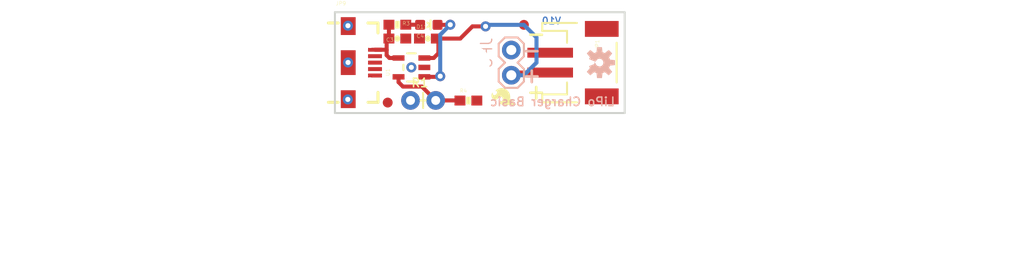
<source format=kicad_pcb>
(kicad_pcb (version 20211014) (generator pcbnew)
  (layers (0 "F.Cu" signal) (31 "B.Cu" signal) (34 "B.Paste" user) (35 "F.Paste" user) (36 "B.SilkS" user "B.Silkscreen") (37 "F.SilkS" user "F.Silkscreen") (38 "B.Mask" user) (39 "F.Mask" user) (44 "Edge.Cuts" user))
  (net 0 "")
  (net 1 "GND")
  (net 2 "VCC")
  (net 3 "N$3")
  (net 4 "PROG")
  (net 5 "STAT")
  (net 6 "VIN")
  (footprint "boardEagle:FIDUCIAL-1X2" (layer "F.Cu") (at 152.9461 101.1936)
    (fp_text reference "JP4" hide)
    (fp_text value "FIDUCIAL1X2" hide)
    (pad "1" smd roundrect (at 0 0) (size 1 1) (layers "F.Cu" "F.Mask") (roundrect_rratio 0.5))
  )
  (footprint "boardEagle:0603-CAP" (layer "F.Cu") (at 143.27124 102.577897 180)
    (fp_text reference "C4" (at 0.381 0.254) (layer "F.SilkS") (effects (font (size 0.376489 0.376489) (thickness 0.029911)) (justify right)))
    (fp_text value "4.7uF")
    (fp_line (start 0 -0.0305) (end 0 0.0305) (layer "F.SilkS") (width 0.5588))
    (pad "1" smd rect (at -0.85 0 180) (size 1.1 1) (layers "F.Cu" "F.Paste" "F.Mask") (net 2 "VCC"))
    (pad "2" smd rect (at 0.85 0 180) (size 1.1 1) (layers "F.Cu" "F.Paste" "F.Mask") (net 1 "GND"))
  )
  (footprint "boardEagle:STAND-OFF" (layer "F.Cu") (at 147.8661 105.0036)
    (fp_text reference "JP2" hide)
    (fp_text value "STAND-OFF" hide)
    (pad "" np_thru_hole circle (at 0 0) (size 3.302 3.302) (drill 3.302) (layers *.Cu *.Mask))
  )
  (footprint "boardEagle:0603-RES" (layer "F.Cu") (at 140.190221 101.1809 180)
    (fp_text reference "R3" (at -1.27 0.127) (layer "F.SilkS") (effects (font (size 0.376489 0.376489) (thickness 0.029911)) (justify right)))
    (fp_text value "330")
    (fp_poly (pts (xy -0.2286 0.381) (xy 0.2286 0.381) (xy 0.2286 -0.381) (xy -0.2286 -0.381)) (layer "F.SilkS") (width 0) (fill solid))
    (pad "1" smd rect (at -0.85 0 180) (size 1.1 1) (layers "F.Cu" "F.Paste" "F.Mask") (net 3 "N$3"))
    (pad "2" smd rect (at 0.85 0 180) (size 1.1 1) (layers "F.Cu" "F.Paste" "F.Mask") (net 6 "VIN"))
  )
  (footprint "boardEagle:USB-AB-MICRO-SMD_V03" (layer "F.Cu") (at 135.237221 105.0036)
    (fp_text reference "JP9" (at -1.27 -5.969) (layer "F.SilkS") (effects (font (size 0.376489 0.376489) (thickness 0.029911)) (justify left)))
    (fp_text value "Micro USB")
    (fp_poly (pts (xy -0.75 1.25) (xy 0.75 1.25) (xy 0.75 -1.25) (xy -0.75 -1.25)) (layer "F.Cu") (width 0) (fill solid))
    (fp_poly (pts (xy -0.75 -2.784) (xy 0.75 -2.784) (xy 0.75 -4.584) (xy -0.75 -4.584)) (layer "F.Cu") (width 0) (fill solid))
    (fp_poly (pts (xy -0.75 4.584) (xy 0.75 4.584) (xy 0.75 2.784) (xy -0.75 2.784)) (layer "F.Cu") (width 0) (fill solid))
    (fp_line (start -1 -4) (end -2 -4) (layer "F.SilkS") (width 0.3048))
    (fp_line (start 2 -3.992881) (end 2 -4) (layer "F.SilkS") (width 0.3048))
    (fp_line (start 2.981959 -3.992881) (end 2 -3.992881) (layer "F.SilkS") (width 0.3048))
    (fp_line (start -1 4) (end -2 4) (layer "F.SilkS") (width 0.3048))
    (fp_line (start 3 4) (end 3 3) (layer "F.SilkS") (width 0.3048))
    (fp_line (start 2 4) (end 3 4) (layer "F.SilkS") (width 0.3048))
    (fp_line (start 3 -4) (end 3 -3) (layer "F.SilkS") (width 0.3048))
    (pad "" np_thru_hole circle (at 2.2 -1.9) (size 0.85 0.85) (drill 0.85) (layers *.Cu *.Mask))
    (pad "" np_thru_hole circle (at 2.2 1.9) (size 0.85 0.85) (drill 0.85) (layers *.Cu *.Mask))
    (pad "D+1" smd rect (at 2.7 0 90) (size 0.4 1.4) (layers "F.Cu" "F.Paste" "F.Mask"))
    (pad "D-1" smd rect (at 2.7 -0.65 90) (size 0.4 1.4) (layers "F.Cu" "F.Paste" "F.Mask"))
    (pad "GND1" smd rect (at 2.7 1.3 90) (size 0.4 1.4) (layers "F.Cu" "F.Paste" "F.Mask") (net 1 "GND"))
    (pad "ID1" smd rect (at 2.7 0.65 90) (size 0.4 1.4) (layers "F.Cu" "F.Paste" "F.Mask"))
    (pad "VBUS1" smd rect (at 2.7 -1.3 90) (size 0.4 1.4) (layers "F.Cu" "F.Paste" "F.Mask") (net 6 "VIN"))
  )
  (footprint "boardEagle:0603-CAP" (layer "F.Cu") (at 140.187681 102.57536)
    (fp_text reference "C3" (at -1.143 0.127) (layer "F.SilkS") (effects (font (size 0.376489 0.376489) (thickness 0.029911)) (justify left)))
    (fp_text value "4.7uF")
    (fp_line (start 0 -0.0305) (end 0 0.0305) (layer "F.SilkS") (width 0.5588))
    (pad "1" smd rect (at -0.85 0) (size 1.1 1) (layers "F.Cu" "F.Paste" "F.Mask") (net 6 "VIN"))
    (pad "2" smd rect (at 0.85 0) (size 1.1 1) (layers "F.Cu" "F.Paste" "F.Mask") (net 1 "GND"))
  )
  (footprint "boardEagle:AXIAL-0.1EZ" (layer "F.Cu") (at 141.5161 108.8136)
    (fp_text reference "R1" (at 0 -1.27) (layer "F.SilkS") (effects (font (size 0.8636 0.8636) (thickness 0.1524)) (justify left bottom)))
    (fp_text value "" (at 0 2.159) (layer "F.SilkS") (effects (font (size 0.8636 0.8636) (thickness 0.1524)) (justify left bottom)))
    (fp_line (start 1.27 0.762) (end 1.27 0) (layer "F.SilkS") (width 0.2032))
    (fp_line (start 1.27 0) (end 1.016 0) (layer "F.SilkS") (width 0.2032))
    (fp_line (start 1.524 0) (end 1.27 0) (layer "F.SilkS") (width 0.2032))
    (fp_line (start 1.27 0) (end 1.27 -0.762) (layer "F.SilkS") (width 0.2032))
    (pad "P$1" thru_hole circle (at 0 0) (size 1.8796 1.8796) (drill 0.9) (layers *.Cu) (net 1 "GND"))
    (pad "P$2" thru_hole circle (at 2.54 0) (size 1.8796 1.8796) (drill 0.9) (layers *.Cu) (net 4 "PROG"))
  )
  (footprint "boardEagle:SFE_LOGO_FLAME_.1" (layer "F.Cu") (at 152.5651 109.5756 90)
    (fp_text reference "LOGO2" hide)
    (fp_text value "SFE_LOGO_FLAME.1_INCH" hide)
    (fp_poly (pts (xy 1.4 -2.87) (xy 1.54 -2.8) (xy 1.58 -2.77) (xy 1.59 -2.76) (xy 1.58 -2.76) (xy 1.56 -2.77) (xy 1.5 -2.77) (xy 1.46 -2.76) (xy 1.41 -2.75) (xy 1.37 -2.73) (xy 1.33 -2.7) (xy 1.31 -2.67) (xy 1.3 -2.65) (xy 1.29 -2.62) (xy 1.29 -2.56) (xy 1.3 -2.52) (xy 1.34 -2.46) (xy 1.4 -2.4) (xy 1.44 -2.37) (xy 1.47 -2.35) (xy 1.51 -2.33) (xy 1.59 -2.31) (xy 1.62 -2.31) (xy 1.65 -2.32) (xy 1.68 -2.35) (xy 1.69 -2.37) (xy 1.7 -2.4) (xy 1.7 -2.49) (xy 1.78 -2.44) (xy 1.86 -2.35) (xy 1.93 -2.24) (xy 1.98 -2.09) (xy 2.01 -1.93) (xy 2 -1.76) (xy 1.95 -1.57) (xy 1.85 -1.39) (xy 1.78 -1.3) (xy 1.7 -1.22) (xy 1.62 -1.15) (xy 1.52 -1.09) (xy 1.42 -1.05) (xy 1.31 -1.02) (xy 1.19 -1) (xy 1 -1) (xy 0.94 -0.99) (xy 0.84 -0.93) (xy 0.74 -0.83) (xy 0.62 -0.69) (xy 0.5 -0.57) (xy 0.45 -0.51) (xy 0.4 -0.46) (xy 0.37 -0.41) (xy 0.32 -0.36) (xy 0.32 -1.73) (xy 0.33 -1.81) (xy 0.35 -1.88) (xy 0.41 -1.98) (xy 0.46 -2.02) (xy 0.5 -2.05) (xy 0.55 -2.07) (xy 0.6 -2.08) (xy 0.66 -2.09) (xy 0.78 -2.09) (xy 0.82 -2.07) (xy 0.81 -2.06) (xy 0.77 -2.04) (xy 0.74 -2.03) (xy 0.68 -1.97) (xy 0.67 -1.94) (xy 0.67 -1.9) (xy 0.68 -1.87) (xy 0.7 -1.84) (xy 0.76 -1.78) (xy 0.81 -1.76) (xy 0.86 -1.75) (xy 0.94 -1.75) (xy 1.02 -1.77) (xy 1.08 -1.81) (xy 1.12 -1.86) (xy 1.14 -1.92) (xy 1.14 -1.99) (xy 1.11 -2.07) (xy 1.04 -2.14) (xy 0.96 -2.23) (xy 0.89 -2.31) (xy 0.84 -2.4) (xy 0.82 -2.49) (xy 0.82 -2.57) (xy 0.85 -2.66) (xy 0.9 -2.74) (xy 0.99 -2.81) (xy 1.1 -2.87) (xy 1.21 -2.89) (xy 1.31 -2.89)) (layer "F.SilkS") (width 0) (fill solid))
  )
  (footprint "boardEagle:FIDUCIAL-1X2" (layer "F.Cu") (at 139.2174 109.0295)
    (fp_text reference "JP3" hide)
    (fp_text value "FIDUCIAL1X2" hide)
    (pad "1" smd roundrect (at 0 0) (size 1 1) (layers "F.Cu" "F.Mask") (roundrect_rratio 0.5))
  )
  (footprint "boardEagle:JST-2-SMD" (layer "F.Cu") (at 159.2961 105.0036 -90)
    (fp_text reference "JP1" (at -1.27 -1.27 -90) (layer "F.SilkS") (effects (font (size 0.373888 0.373888) (thickness 0.032512)) (justify left bottom)))
    (fp_text value "JST")
    (fp_line (start -3.2 2) (end -2 2) (layer "F.SilkS") (width 0.2032))
    (fp_line (start 2 -3) (end -2 -3) (layer "F.SilkS") (width 0.2032))
    (fp_line (start -4 1) (end -4 4.5) (layer "F.SilkS") (width 0.2032))
    (fp_line (start 3.2 2) (end 3.2 4.5) (layer "F.SilkS") (width 0.2032))
    (fp_line (start 2 2) (end 3.2 2) (layer "F.SilkS") (width 0.2032))
    (fp_line (start -4 4.5) (end -3.2 4.5) (layer "F.SilkS") (width 0.2032))
    (fp_line (start 3.2 4.5) (end 4 4.5) (layer "F.SilkS") (width 0.2032))
    (fp_line (start 4 4.5) (end 4 1) (layer "F.SilkS") (width 0.2032))
    (fp_line (start -3.2 4.5) (end -3.2 2) (layer "F.SilkS") (width 0.2032))
    (pad "1" smd rect (at -1 3.7 270) (size 1 4.6) (layers "F.Cu" "F.Paste" "F.Mask") (net 1 "GND"))
    (pad "2" smd rect (at 1 3.7 270) (size 1 4.6) (layers "F.Cu" "F.Paste" "F.Mask") (net 2 "VCC"))
    (pad "NC1" smd rect (at -3.4 -1.5) (size 3.4 1.6) (layers "F.Cu" "F.Paste" "F.Mask"))
    (pad "NC2" smd rect (at 3.4 -1.5) (size 3.4 1.6) (layers "F.Cu" "F.Paste" "F.Mask"))
  )
  (footprint "boardEagle:SOT23-5" (layer "F.Cu") (at 141.610084 105.4862 90)
    (fp_text reference "U1" (at -0.889 -2.159 90) (layer "F.SilkS") (effects (font (size 0.373888 0.373888) (thickness 0.032512)) (justify left bottom)))
    (fp_text value "MCP73831")
    (fp_line (start -0.2684 -0.8104) (end 0.2684 -0.8104) (layer "F.SilkS") (width 0.2032))
    (fp_line (start 1.4224 -0.4294) (end 1.4224 0.4294) (layer "F.SilkS") (width 0.2032))
    (fp_line (start -1.4224 0.4294) (end -1.4224 -0.4294) (layer "F.SilkS") (width 0.2032))
    (pad "1" smd rect (at -0.95 1.3001 90) (size 0.55 1.2) (layers "F.Cu" "F.Paste" "F.Mask") (net 5 "STAT"))
    (pad "2" smd rect (at 0 1.3001 90) (size 0.55 1.2) (layers "F.Cu" "F.Paste" "F.Mask") (net 1 "GND"))
    (pad "3" smd rect (at 0.95 1.3001 90) (size 0.55 1.2) (layers "F.Cu" "F.Paste" "F.Mask") (net 2 "VCC"))
    (pad "4" smd rect (at 0.95 -1.3001 90) (size 0.55 1.2) (layers "F.Cu" "F.Paste" "F.Mask") (net 6 "VIN"))
    (pad "5" smd rect (at -0.95 -1.3001 90) (size 0.55 1.2) (layers "F.Cu" "F.Paste" "F.Mask") (net 4 "PROG"))
  )
  (footprint "boardEagle:0603-RES" (layer "F.Cu") (at 147.350484 108.826297)
    (fp_text reference "R4" (at -0.889 -0.762) (layer "F.SilkS") (effects (font (size 0.373888 0.373888) (thickness 0.032512)) (justify left bottom)))
    (fp_text value "2.0k")
    (fp_poly (pts (xy -0.2286 0.381) (xy 0.2286 0.381) (xy 0.2286 -0.381) (xy -0.2286 -0.381)) (layer "F.SilkS") (width 0) (fill solid))
    (pad "1" smd rect (at -0.85 0) (size 1.1 1) (layers "F.Cu" "F.Paste" "F.Mask") (net 4 "PROG"))
    (pad "2" smd rect (at 0.85 0) (size 1.1 1) (layers "F.Cu" "F.Paste" "F.Mask") (net 1 "GND"))
  )
  (footprint "boardEagle:LED-0603" (layer "F.Cu") (at 143.362681 101.1936 -90)
    (fp_text reference "D11" (at 0.1905 1.27) (layer "F.SilkS") (effects (font (size 0.376489 0.376489) (thickness 0.029911)) (justify left)))
    (fp_text value "RED")
    (fp_line (start -0.0254 -0.1546) (end -0.2184 0.14) (layer "F.SilkS") (width 0.2032))
    (fp_line (start -0.46 -0.17) (end 0 -0.17) (layer "F.SilkS") (width 0.2032))
    (fp_line (start 0 -0.17) (end 0.2338 0.14) (layer "F.SilkS") (width 0.2032))
    (fp_line (start 0.46 -0.17) (end 0 -0.17) (layer "F.SilkS") (width 0.2032))
    (pad "A" smd roundrect (at 0 0.877 270) (size 1 1) (layers "F.Cu" "F.Paste" "F.Mask") (roundrect_rratio 0.15) (net 3 "N$3"))
    (pad "C" smd roundrect (at 0 -0.877 270) (size 1 1) (layers "F.Cu" "F.Paste" "F.Mask") (roundrect_rratio 0.15) (net 5 "STAT"))
  )
  (footprint "boardEagle:CREATIVE_COMMONS" (layer "F.Cu") (at 120.453979 121.5136)
    (fp_text reference "FRAME1" hide)
    (fp_text value "FRAME-LETTER" hide)
  )
  (footprint "boardEagle:1X02" (layer "B.Cu") (at 151.6761 103.7336 -90)
    (fp_text reference "JP8" (at -1.3462 1.8288 90) (layer "B.SilkS") (effects (font (size 1.143 1.143) (thickness 0.127)) (justify left bottom mirror)))
    (fp_text value "M02PTH")
    (fp_line (start -1.27 0.635) (end -1.27 -0.635) (layer "B.SilkS") (width 0.2032))
    (fp_line (start 3.81 -0.635) (end 3.175 -1.27) (layer "B.SilkS") (width 0.2032))
    (fp_line (start -0.635 1.27) (end -1.27 0.635) (layer "B.SilkS") (width 0.2032))
    (fp_line (start 1.27 0.635) (end 1.905 1.27) (layer "B.SilkS") (width 0.2032))
    (fp_line (start 3.175 -1.27) (end 1.905 -1.27) (layer "B.SilkS") (width 0.2032))
    (fp_line (start 0.635 -1.27) (end -0.635 -1.27) (layer "B.SilkS") (width 0.2032))
    (fp_line (start -1.27 -0.635) (end -0.635 -1.27) (layer "B.SilkS") (width 0.2032))
    (fp_line (start 1.27 -0.635) (end 0.635 -1.27) (layer "B.SilkS") (width 0.2032))
    (fp_line (start 3.81 0.635) (end 3.81 -0.635) (layer "B.SilkS") (width 0.2032))
    (fp_line (start 0.635 1.27) (end 1.27 0.635) (layer "B.SilkS") (width 0.2032))
    (fp_line (start 1.905 1.27) (end 3.175 1.27) (layer "B.SilkS") (width 0.2032))
    (fp_line (start 1.905 -1.27) (end 1.27 -0.635) (layer "B.SilkS") (width 0.2032))
    (fp_line (start 3.175 1.27) (end 3.81 0.635) (layer "B.SilkS") (width 0.2032))
    (fp_line (start -0.635 1.27) (end 0.635 1.27) (layer "B.SilkS") (width 0.2032))
    (pad "1" thru_hole circle (at 0 0 180) (size 1.8796 1.8796) (drill 1.016) (layers *.Cu *.Mask) (net 1 "GND"))
    (pad "2" thru_hole circle (at 2.54 0 180) (size 1.8796 1.8796) (drill 1.016) (layers *.Cu *.Mask) (net 2 "VCC"))
  )
  (footprint "boardEagle:OSHW-LOGO-S" (layer "B.Cu") (at 160.5661 105.0036 90)
    (fp_text reference "LOGO1" hide)
    (fp_text value "OSHW-LOGOS" hide)
    (fp_poly (pts (xy 0.301647 1.061351) (xy 0.42347 1.022344) (xy 0.537177 0.963769) (xy 0.92862 1.282946) (xy 1.282946 0.92862) (xy 0.961035 0.533823) (xy 1.057046 0.302084) (xy 1.5638 0.250561) (xy 1.5638 -0.250561) (xy 1.057046 -0.302084) (xy 0.961035 -0.533823) (xy 1.282946 -0.92862) (xy 0.92862 -1.282946) (xy 0.537177 -0.96377) (xy 0.356601 -1.056794) (xy 0.088679 -0.410073) (xy 0.326262 -0.2176) (xy 0.373649 -0.121468) (xy 0.392729 -0.010339) (xy 0.379464 0.101634) (xy 0.334947 0.205229) (xy 0.262842 0.291918) (xy 0.169087 0.354561) (xy 0.061406 0.387999) (xy -0.051342 0.38948) (xy -0.159868 0.358881) (xy -0.255234 0.298724) (xy -0.329589 0.213962) (xy -0.376813 0.111569) (xy -0.392176 0.005767) (xy -0.322923 -0.222565) (xy -0.249312 -0.303773) (xy 0.091677 -0.5081) (xy -0.12929 -0.5081) (xy -0.355332 -1.053732) (xy -0.506597 -0.983577) (xy -0.538922 -0.965192) (xy -0.92862 -1.282946) (xy -1.282946 -0.92862) (xy -0.961035 -0.533823) (xy -1.057046 -0.302084) (xy -1.5638 -0.250561) (xy -1.5638 0.250561) (xy -1.057046 0.302084) (xy -0.961035 0.533823) (xy -1.282946 0.92862) (xy -0.92862 1.282946) (xy -0.533823 0.961035) (xy -0.302084 1.057046) (xy -0.250561 1.5638) (xy 0.250561 1.5638)) (layer "B.SilkS") (width 0) (fill solid))
  )
  (gr_line (start 133.8961 110.0836) (end 163.1061 110.0836) (layer "Edge.Cuts") (width 0.2032))
  (gr_line (start 133.8961 99.9236) (end 133.8961 110.0836) (layer "Edge.Cuts") (width 0.2032))
  (gr_line (start 163.1061 110.0836) (end 163.1061 99.9236) (layer "Edge.Cuts") (width 0.2032))
  (gr_line (start 163.1061 99.9236) (end 133.8961 99.9236) (layer "Edge.Cuts") (width 0.2032))
  (gr_text "V10" (at 156.7561 101.1936) (layer "B.Cu") (effects (font (size 0.69088 0.69088) (thickness 0.12192)) (justify left bottom mirror)))
  (gr_text "+" (at 154.8511 107.1626) (layer "B.SilkS") (effects (font (size 1.5113 1.5113) (thickness 0.2667)) (justify left bottom mirror)))
  (gr_text "-" (at 154.8511 104.6226) (layer "B.SilkS") (effects (font (size 1.5113 1.5113) (thickness 0.2667)) (justify left bottom mirror)))
  (gr_text "LiPo Charger Basic" (at 162.2171 109.4486) (layer "B.SilkS") (effects (font (size 0.8636 0.8636) (thickness 0.1524)) (justify left bottom mirror)))
  (gr_text "-" (at 153.0731 102.9716) (layer "F.SilkS") (effects (font (size 1.5113 1.5113) (thickness 0.2667)) (justify left bottom)))
  (gr_text "+" (at 153.0731 108.8136) (layer "F.SilkS") (effects (font (size 1.5113 1.5113) (thickness 0.2667)) (justify left bottom)))
  (via (at 135.209278 101.27996) (size 1.016) (drill 0.508) (layers "F.Cu" "B.Cu") (net 1))
  (via (at 135.194034 108.712) (size 1.016) (drill 0.508) (layers "F.Cu" "B.Cu") (net 1))
  (via (at 135.219437 104.985822) (size 1.016) (drill 0.508) (layers "F.Cu" "B.Cu") (net 1))
  (via (at 141.599915 105.481119) (size 1.016) (drill 0.508) (layers "F.Cu" "B.Cu") (net 1))
  (segment (start 155.5961 106.0036) (end 151.9461 106.0036) (width 0.4064) (layer "F.Cu") (net 2))
  (segment (start 143.8504 104.5362) (end 144.327881 104.058719) (width 0.4064) (layer "F.Cu") (net 2))
  (segment (start 151.9461 106.0036) (end 151.6761 106.2736) (width 0.4064) (layer "F.Cu") (net 2))
  (segment (start 144.327881 104.058719) (end 144.327881 102.784538) (width 0.4064) (layer "F.Cu") (net 2))
  (segment (start 146.530062 102.577897) (end 144.12124 102.577897) (width 0.4064) (layer "F.Cu") (net 2))
  (segment (start 142.910184 104.5362) (end 143.8504 104.5362) (width 0.4064) (layer "F.Cu") (net 2))
  (segment (start 147.759418 101.348541) (end 149.082759 101.348541) (width 0.4064) (layer "F.Cu") (net 2))
  (segment (start 144.327881 102.784538) (end 144.12124 102.577897) (width 0.4064) (layer "F.Cu") (net 2))
  (segment (start 146.530062 102.577897) (end 147.759418 101.348541) (width 0.4064) (layer "F.Cu") (net 2))
  (via (at 149.082759 101.348541) (size 1.016) (drill 0.508) (layers "F.Cu" "B.Cu") (net 2))
  (segment (start 152.9461 106.2736) (end 151.6761 106.2736) (width 0.4064) (layer "B.Cu") (net 2))
  (segment (start 154.2161 105.0036) (end 152.9461 106.2736) (width 0.4064) (layer "B.Cu") (net 2))
  (segment (start 152.9461 101.1936) (end 154.2161 102.4636) (width 0.4064) (layer "B.Cu") (net 2))
  (segment (start 149.2377 101.1936) (end 152.9461 101.1936) (width 0.4064) (layer "B.Cu") (net 2))
  (segment (start 149.2377 101.1936) (end 149.082759 101.348541) (width 0.4064) (layer "B.Cu") (net 2))
  (segment (start 154.2161 102.4636) (end 154.2161 105.0036) (width 0.4064) (layer "B.Cu") (net 2))
  (segment (start 141.040221 101.1809) (end 142.472981 101.1809) (width 0.4064) (layer "F.Cu") (net 3))
  (segment (start 142.472981 101.1809) (end 142.485681 101.1936) (width 0.4064) (layer "F.Cu") (net 3))
  (segment (start 146.487787 108.8136) (end 144.0561 108.8136) (width 0.4064) (layer "F.Cu") (net 4))
  (segment (start 146.487787 108.8136) (end 146.500484 108.826297) (width 0.4064) (layer "F.Cu") (net 4))
  (segment (start 140.7541 107.4166) (end 142.6591 107.4166) (width 0.4064) (layer "F.Cu") (net 4))
  (segment (start 142.6591 107.4166) (end 144.0561 108.8136) (width 0.4064) (layer "F.Cu") (net 4))
  (segment (start 140.309984 106.972485) (end 140.7541 107.4166) (width 0.4064) (layer "F.Cu") (net 4))
  (segment (start 140.309984 106.4362) (end 140.309984 106.972485) (width 0.4064) (layer "F.Cu") (net 4))
  (segment (start 144.447221 106.4362) (end 144.510759 106.372663) (width 0.4064) (layer "F.Cu") (net 5))
  (segment (start 145.511521 101.1936) (end 145.524221 101.1809) (width 0.3048) (layer "F.Cu") (net 5))
  (segment (start 142.910184 106.4362) (end 144.447221 106.4362) (width 0.4064) (layer "F.Cu") (net 5))
  (segment (start 144.239681 101.1936) (end 145.511521 101.1936) (width 0.4064) (layer "F.Cu") (net 5))
  (via (at 144.510759 106.372663) (size 1.016) (drill 0.508) (layers "F.Cu" "B.Cu") (net 5))
  (via (at 145.524221 101.1809) (size 1.016) (drill 0.508) (layers "F.Cu" "B.Cu") (net 5))
  (segment (start 144.510759 106.372663) (end 144.510759 102.194363) (width 0.4064) (layer "B.Cu") (net 5))
  (segment (start 144.510759 102.194363) (end 145.524221 101.1809) (width 0.4064) (layer "B.Cu") (net 5))
  (segment (start 139.110718 102.802322) (end 139.337681 102.57536) (width 0.4064) (layer "F.Cu") (net 6))
  (segment (start 140.309984 104.5362) (end 139.390078 104.5362) (width 0.4064) (layer "F.Cu") (net 6))
  (segment (start 139.110718 103.7336) (end 139.110718 102.802322) (width 0.4064) (layer "F.Cu") (net 6))
  (segment (start 137.937221 103.7036) (end 139.080718 103.7036) (width 0.4064) (layer "F.Cu") (net 6))
  (segment (start 139.080718 103.7036) (end 139.110718 103.7336) (width 0.4064) (layer "F.Cu") (net 6))
  (segment (start 139.390078 104.5362) (end 139.110718 104.256841) (width 0.4064) (layer "F.Cu") (net 6))
  (segment (start 139.337681 102.57536) (end 139.337681 101.183441) (width 0.4064) (layer "F.Cu") (net 6))
  (segment (start 139.110718 104.256841) (end 139.110718 103.7336) (width 0.4064) (layer "F.Cu") (net 6))
  (segment (start 139.337681 101.183441) (end 139.340221 101.1809) (width 0.4064) (layer "F.Cu") (net 6))
)
</source>
